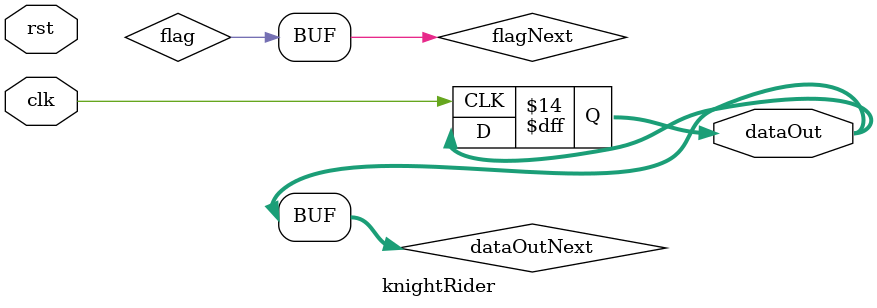
<source format=v>
module knightRider(clk, rst, dataOut);

input clk, rst;
output reg [7:0] dataOut;

reg [25:0] counter, counterNext;
reg [ 7:0] dataOutNext;
reg  flag,flagNext;

parameter COUNT = 26'h3FFFFFF;

// registers
always @(posedge clk) begin
	counter <=  counterNext;
	dataOut <=  dataOutNext;
	flag <=  flagNext;
end

always @(*) begin
	dataOutNext = dataOut;
	counterNext = counter;
	flagNext = flag;
	if(rst) begin
		//WRITE YOUR CODE HERE (3 Lines)
		
		
		
	end
	else if(counter == COUNT -1) begin
		//WRITE YOUR CODE HERE (as many lines as necessary)
		
		
		
	end
	else begin
		counterNext = counter +1;
	end
end

endmodule


</source>
